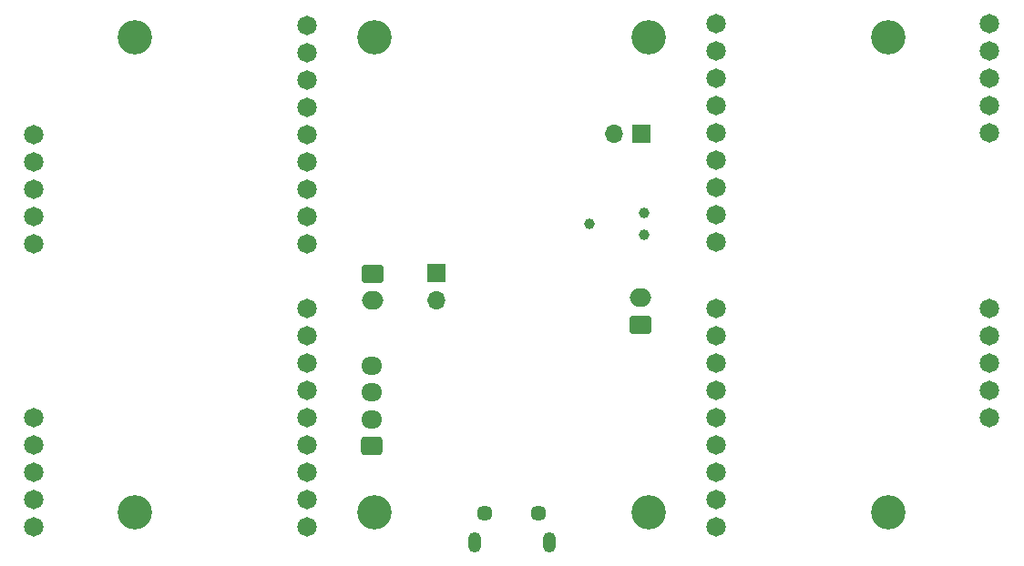
<source format=gbs>
G04 #@! TF.GenerationSoftware,KiCad,Pcbnew,9.0.0*
G04 #@! TF.CreationDate,2025-03-19T00:34:01-07:00*
G04 #@! TF.ProjectId,Telemetry_STM32_V3,54656c65-6d65-4747-9279-5f53544d3332,rev?*
G04 #@! TF.SameCoordinates,Original*
G04 #@! TF.FileFunction,Soldermask,Bot*
G04 #@! TF.FilePolarity,Negative*
%FSLAX46Y46*%
G04 Gerber Fmt 4.6, Leading zero omitted, Abs format (unit mm)*
G04 Created by KiCad (PCBNEW 9.0.0) date 2025-03-19 00:34:01*
%MOMM*%
%LPD*%
G01*
G04 APERTURE LIST*
G04 Aperture macros list*
%AMRoundRect*
0 Rectangle with rounded corners*
0 $1 Rounding radius*
0 $2 $3 $4 $5 $6 $7 $8 $9 X,Y pos of 4 corners*
0 Add a 4 corners polygon primitive as box body*
4,1,4,$2,$3,$4,$5,$6,$7,$8,$9,$2,$3,0*
0 Add four circle primitives for the rounded corners*
1,1,$1+$1,$2,$3*
1,1,$1+$1,$4,$5*
1,1,$1+$1,$6,$7*
1,1,$1+$1,$8,$9*
0 Add four rect primitives between the rounded corners*
20,1,$1+$1,$2,$3,$4,$5,0*
20,1,$1+$1,$4,$5,$6,$7,0*
20,1,$1+$1,$6,$7,$8,$9,0*
20,1,$1+$1,$8,$9,$2,$3,0*%
G04 Aperture macros list end*
%ADD10RoundRect,0.250000X0.750000X-0.600000X0.750000X0.600000X-0.750000X0.600000X-0.750000X-0.600000X0*%
%ADD11O,2.000000X1.700000*%
%ADD12C,1.810000*%
%ADD13C,3.200000*%
%ADD14R,1.700000X1.700000*%
%ADD15O,1.700000X1.700000*%
%ADD16O,1.200000X1.900000*%
%ADD17C,1.450000*%
%ADD18RoundRect,0.250000X-0.750000X0.600000X-0.750000X-0.600000X0.750000X-0.600000X0.750000X0.600000X0*%
%ADD19C,0.990600*%
%ADD20RoundRect,0.250000X0.725000X-0.600000X0.725000X0.600000X-0.725000X0.600000X-0.725000X-0.600000X0*%
%ADD21O,1.950000X1.700000*%
G04 APERTURE END LIST*
D10*
X161950000Y-116500000D03*
D11*
X161950000Y-114000000D03*
D12*
X131000000Y-108960000D03*
X131000000Y-106420000D03*
X131000000Y-103880000D03*
X131000000Y-101340000D03*
X131000000Y-98800000D03*
X131000000Y-96260000D03*
X131000000Y-93720000D03*
X131000000Y-91180000D03*
X131000000Y-88640000D03*
X105600000Y-108960000D03*
X105600000Y-106420000D03*
X105600000Y-103880000D03*
X105600000Y-101340000D03*
X105600000Y-98800000D03*
D13*
X162750000Y-134000000D03*
D14*
X143000000Y-111725000D03*
D15*
X143000000Y-114265000D03*
D12*
X169000000Y-115000000D03*
X169000000Y-117540000D03*
X169000000Y-120080000D03*
X169000000Y-122620000D03*
X169000000Y-125160000D03*
X169000000Y-127700000D03*
X169000000Y-130240000D03*
X169000000Y-132780000D03*
X169000000Y-135320000D03*
X194400000Y-115000000D03*
X194400000Y-117540000D03*
X194400000Y-120080000D03*
X194400000Y-122620000D03*
X194400000Y-125160000D03*
D13*
X115000000Y-134000000D03*
D12*
X169000000Y-88460000D03*
X169000000Y-91000000D03*
X169000000Y-93540000D03*
X169000000Y-96080000D03*
X169000000Y-98620000D03*
X169000000Y-101160000D03*
X169000000Y-103700000D03*
X169000000Y-106240000D03*
X169000000Y-108780000D03*
X194400000Y-88460000D03*
X194400000Y-91000000D03*
X194400000Y-93540000D03*
X194400000Y-96080000D03*
X194400000Y-98620000D03*
D13*
X185000000Y-134000000D03*
D16*
X146500000Y-136750000D03*
D17*
X147500000Y-134050000D03*
X152500000Y-134050000D03*
D16*
X153500000Y-136750000D03*
D18*
X137050000Y-111750000D03*
D11*
X137050000Y-114250000D03*
D13*
X115000000Y-89750000D03*
D19*
X157190000Y-107135000D03*
X162270000Y-106119000D03*
X162270000Y-108151000D03*
D13*
X137250000Y-134000000D03*
X185000000Y-89750000D03*
D14*
X162025000Y-98750000D03*
D15*
X159485000Y-98750000D03*
D13*
X137250000Y-89750000D03*
D20*
X137000000Y-127787500D03*
D21*
X137000000Y-125287500D03*
X137000000Y-122787500D03*
X137000000Y-120287500D03*
D13*
X162750000Y-89750000D03*
D12*
X131000000Y-135320000D03*
X131000000Y-132780000D03*
X131000000Y-130240000D03*
X131000000Y-127700000D03*
X131000000Y-125160000D03*
X131000000Y-122620000D03*
X131000000Y-120080000D03*
X131000000Y-117540000D03*
X131000000Y-115000000D03*
X105600000Y-135320000D03*
X105600000Y-132780000D03*
X105600000Y-130240000D03*
X105600000Y-127700000D03*
X105600000Y-125160000D03*
M02*

</source>
